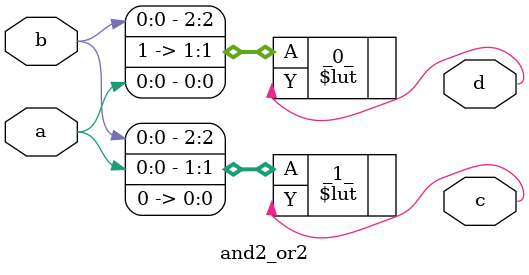
<source format=v>
/* Generated by Yosys 0.17+76 (git sha1 035496b50, gcc 9.1.0 -fPIC -Os) */

(* top =  1  *)
(* src = "./rtl/and2_or2/and2_or2.v:8.1-22.10" *)
module and2_or2(a, b, c, d);
  (* src = "./rtl/and2_or2/and2_or2.v:14.12-14.13" *)
  input a;
  wire a;
  (* src = "./rtl/and2_or2/and2_or2.v:15.12-15.13" *)
  input b;
  wire b;
  (* src = "./rtl/and2_or2/and2_or2.v:16.13-16.14" *)
  output c;
  wire c;
  (* src = "./rtl/and2_or2/and2_or2.v:17.13-17.14" *)
  output d;
  wire d;
  \$lut  #(
    .LUT(8'hca),
    .WIDTH(32'h00000003)
  ) _0_ (
    .A({ b, 1'h1, a }),
    .Y(d)
  );
  \$lut  #(
    .LUT(8'hca),
    .WIDTH(32'h00000003)
  ) _1_ (
    .A({ b, a, 1'h0 }),
    .Y(c)
  );
endmodule

</source>
